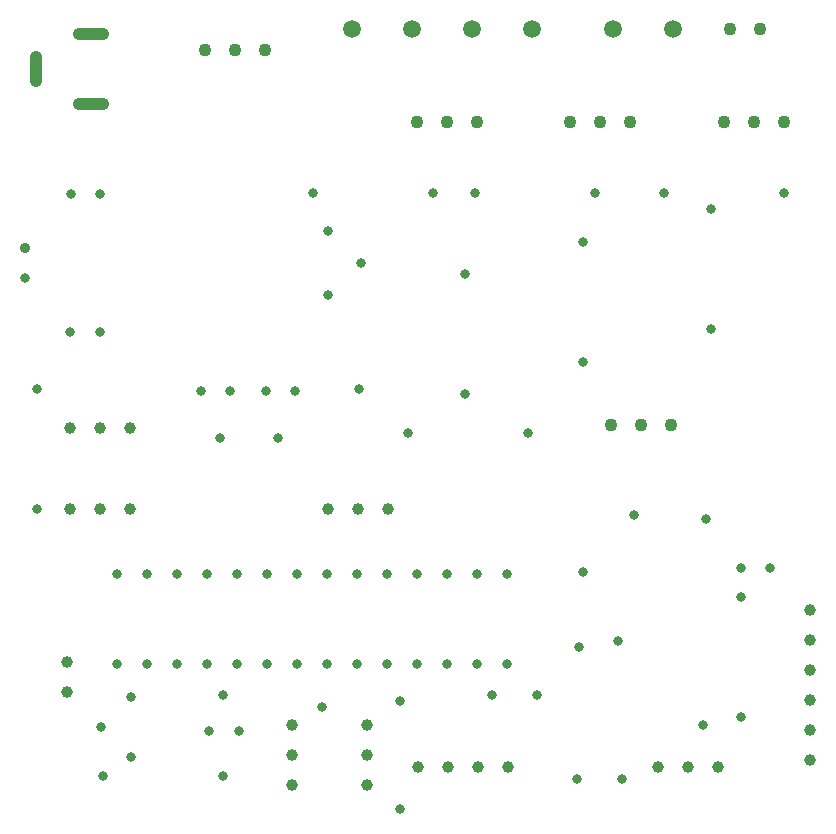
<source format=gbr>
%TF.GenerationSoftware,KiCad,Pcbnew,5.1.4-3.fc30*%
%TF.CreationDate,2019-10-16T19:47:40+02:00*%
%TF.ProjectId,AT328-aqua-controller,41543332-382d-4617-9175-612d636f6e74,rev?*%
%TF.SameCoordinates,PX1e53ac0PY62b48e0*%
%TF.FileFunction,Plated,1,2,PTH,Mixed*%
%TF.FilePolarity,Positive*%
%FSLAX46Y46*%
G04 Gerber Fmt 4.6, Leading zero omitted, Abs format (unit mm)*
G04 Created by KiCad (PCBNEW 5.1.4-3.fc30) date 2019-10-16 19:47:40*
%MOMM*%
%LPD*%
G04 APERTURE LIST*
%TA.AperFunction,ViaDrill*%
%ADD10C,0.800000*%
%TD*%
%TA.AperFunction,ComponentDrill*%
%ADD11C,0.800000*%
%TD*%
%TA.AperFunction,ComponentDrill*%
%ADD12C,0.900000*%
%TD*%
%TA.AperFunction,ComponentDrill*%
%ADD13C,1.000000*%
%TD*%
G04 aperture for slot hole*
%TA.AperFunction,ComponentDrill*%
%ADD14C,1.000000*%
%TD*%
%TA.AperFunction,ComponentDrill*%
%ADD15C,1.100000*%
%TD*%
%TA.AperFunction,ComponentDrill*%
%ADD16C,1.520000*%
%TD*%
G04 APERTURE END LIST*
D10*
X22098000Y12192000D03*
X30480000Y11176000D03*
X31000000Y51500000D03*
X31000000Y46100000D03*
X33600000Y38140000D03*
X33800000Y48800000D03*
X37084000Y11684000D03*
X37084000Y2540000D03*
X52600000Y22600000D03*
X56900000Y27500000D03*
D11*
%TO.C,R6*%
X59400000Y54700000D03*
X69560000Y54700000D03*
%TO.C,R3*%
X29718000Y54700000D03*
X39878000Y54700000D03*
%TO.C,C4*%
X20900000Y9200000D03*
X23400000Y9200000D03*
%TO.C,R2*%
X52600000Y50600000D03*
X52600000Y40440000D03*
%TO.C,Q5*%
X11760000Y9540000D03*
X14300000Y12080000D03*
X14300000Y7000000D03*
%TO.C,D2*%
X5334000Y47498000D03*
%TO.C,C5*%
X9184000Y54610000D03*
X11684000Y54610000D03*
%TO.C,R9*%
X55553795Y16836205D03*
X62738000Y9652000D03*
%TO.C,Y1*%
X21820000Y34000000D03*
X26700000Y34000000D03*
%TO.C,U1*%
X13080000Y22500000D03*
X13080000Y14880000D03*
X15620000Y22500000D03*
X15620000Y14880000D03*
X18160000Y22500000D03*
X18160000Y14880000D03*
X20700000Y22500000D03*
X20700000Y14880000D03*
X23240000Y22500000D03*
X23240000Y14880000D03*
X25780000Y22500000D03*
X25780000Y14880000D03*
X28320000Y22500000D03*
X28320000Y14880000D03*
X30860000Y22500000D03*
X30860000Y14880000D03*
X33400000Y22500000D03*
X33400000Y14880000D03*
X35940000Y22500000D03*
X35940000Y14880000D03*
X38480000Y22500000D03*
X38480000Y14880000D03*
X41020000Y22500000D03*
X41020000Y14880000D03*
X43560000Y22500000D03*
X43560000Y14880000D03*
X46100000Y22500000D03*
X46100000Y14880000D03*
%TO.C,R4*%
X63400000Y53400000D03*
X63400000Y43240000D03*
%TO.C,C6*%
X9144000Y42926000D03*
X11644000Y42926000D03*
%TO.C,R14*%
X6350000Y38100000D03*
X6350000Y27940000D03*
%TO.C,C3*%
X65900000Y23000000D03*
X68400000Y23000000D03*
%TO.C,R7*%
X44885795Y12264205D03*
X52070000Y5080000D03*
%TO.C,R10*%
X65900000Y20500000D03*
X65900000Y10340000D03*
%TO.C,R5*%
X43440000Y54700000D03*
X53600000Y54700000D03*
%TO.C,C1*%
X25700000Y38000000D03*
X28200000Y38000000D03*
%TO.C,R11*%
X11938000Y5334000D03*
X22098000Y5334000D03*
%TO.C,R13*%
X37740000Y34400000D03*
X47900000Y34400000D03*
%TO.C,R1*%
X42600000Y47900000D03*
X42600000Y37740000D03*
%TO.C,R12*%
X52223693Y16323693D03*
X63000000Y27100000D03*
%TO.C,R8*%
X48695795Y12264205D03*
X55880000Y5080000D03*
%TO.C,C2*%
X20200000Y38000000D03*
X22700000Y38000000D03*
D12*
%TO.C,D2*%
X5334000Y50038000D03*
D13*
%TO.C,ONEWIRE1*%
X58928000Y6096000D03*
X61468000Y6096000D03*
X64008000Y6096000D03*
%TO.C,AUX1*%
X27940000Y9652000D03*
X27940000Y7112000D03*
X27940000Y4572000D03*
%TO.C,BUTTON1*%
X30988000Y27940000D03*
X33528000Y27940000D03*
X36068000Y27940000D03*
%TO.C,I2C1*%
X38608000Y6096000D03*
X41148000Y6096000D03*
X43688000Y6096000D03*
X46228000Y6096000D03*
D14*
%TO.C,DC_IN1*%
X6222000Y64230000D02*
X6222000Y66230000D01*
X9922000Y68230000D02*
X11922000Y68230000D01*
X9922000Y62230000D02*
X11922000Y62230000D01*
D13*
%TO.C,AUX2*%
X34290000Y9652000D03*
X34290000Y7112000D03*
X34290000Y4572000D03*
%TO.C,FTDI1*%
X71800000Y19400000D03*
X71800000Y16860000D03*
X71800000Y14320000D03*
X71800000Y11780000D03*
X71800000Y9240000D03*
X71800000Y6700000D03*
%TO.C,SPKR1*%
X8890000Y14986000D03*
X8890000Y12446000D03*
%TO.C,AUX3*%
X9144000Y27940000D03*
X11684000Y27940000D03*
X14224000Y27940000D03*
%TO.C,LID1*%
X9144000Y34798000D03*
X11684000Y34798000D03*
X14224000Y34798000D03*
D15*
%TO.C,Q1*%
X38500000Y60700000D03*
X41040000Y60700000D03*
X43580000Y60700000D03*
%TO.C,U2*%
X20574000Y66802000D03*
X23114000Y66802000D03*
X25654000Y66802000D03*
%TO.C,Q2*%
X51500000Y60700000D03*
X54040000Y60700000D03*
X56580000Y60700000D03*
%TO.C,D1*%
X65024000Y68580000D03*
X67564000Y68580000D03*
%TO.C,Q4*%
X54900000Y35100000D03*
X57440000Y35100000D03*
X59980000Y35100000D03*
%TO.C,Q3*%
X64500000Y60700000D03*
X67040000Y60700000D03*
X69580000Y60700000D03*
D16*
%TO.C,ABRG_LED1*%
X33020000Y68650000D03*
X38100000Y68650000D03*
X43180000Y68650000D03*
X48260000Y68650000D03*
%TO.C,FAN1*%
X55118000Y68580000D03*
X60198000Y68580000D03*
M02*

</source>
